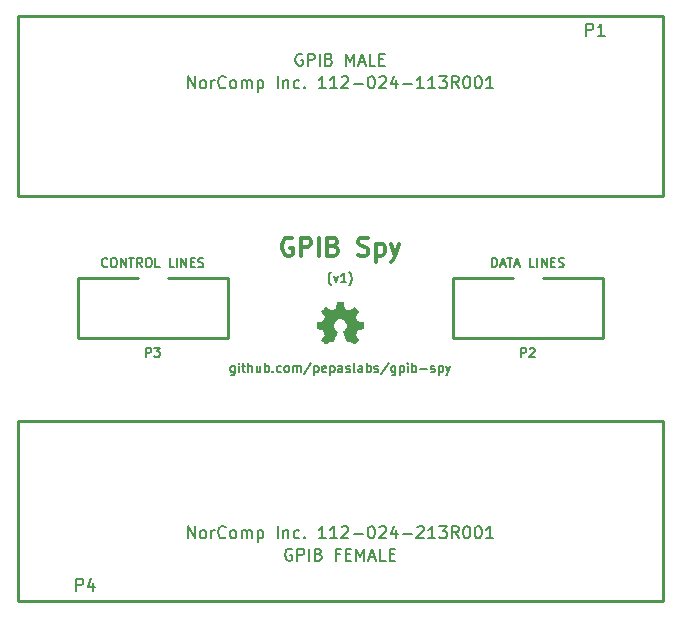
<source format=gto>
G04 (created by PCBNEW (22-Jun-2014 BZR 4027)-stable) date Fri 07 Jul 2017 01:08:53 AM CDT*
%MOIN*%
G04 Gerber Fmt 3.4, Leading zero omitted, Abs format*
%FSLAX34Y34*%
G01*
G70*
G90*
G04 APERTURE LIST*
%ADD10C,0.00590551*%
%ADD11C,0.006*%
%ADD12C,0.012*%
%ADD13C,0.01*%
%ADD14C,0.0001*%
%ADD15C,0.008*%
G04 APERTURE END LIST*
G54D10*
G54D11*
X55735Y-28671D02*
X55735Y-28914D01*
X55721Y-28942D01*
X55707Y-28957D01*
X55678Y-28971D01*
X55635Y-28971D01*
X55607Y-28957D01*
X55735Y-28857D02*
X55707Y-28871D01*
X55649Y-28871D01*
X55621Y-28857D01*
X55607Y-28842D01*
X55592Y-28814D01*
X55592Y-28728D01*
X55607Y-28700D01*
X55621Y-28685D01*
X55649Y-28671D01*
X55707Y-28671D01*
X55735Y-28685D01*
X55878Y-28871D02*
X55878Y-28671D01*
X55878Y-28571D02*
X55864Y-28585D01*
X55878Y-28600D01*
X55892Y-28585D01*
X55878Y-28571D01*
X55878Y-28600D01*
X55978Y-28671D02*
X56092Y-28671D01*
X56021Y-28571D02*
X56021Y-28828D01*
X56035Y-28857D01*
X56064Y-28871D01*
X56092Y-28871D01*
X56192Y-28871D02*
X56192Y-28571D01*
X56321Y-28871D02*
X56321Y-28714D01*
X56307Y-28685D01*
X56278Y-28671D01*
X56235Y-28671D01*
X56207Y-28685D01*
X56192Y-28700D01*
X56592Y-28671D02*
X56592Y-28871D01*
X56464Y-28671D02*
X56464Y-28828D01*
X56478Y-28857D01*
X56507Y-28871D01*
X56549Y-28871D01*
X56578Y-28857D01*
X56592Y-28842D01*
X56735Y-28871D02*
X56735Y-28571D01*
X56735Y-28685D02*
X56764Y-28671D01*
X56821Y-28671D01*
X56849Y-28685D01*
X56864Y-28700D01*
X56878Y-28728D01*
X56878Y-28814D01*
X56864Y-28842D01*
X56849Y-28857D01*
X56821Y-28871D01*
X56764Y-28871D01*
X56735Y-28857D01*
X57007Y-28842D02*
X57021Y-28857D01*
X57007Y-28871D01*
X56992Y-28857D01*
X57007Y-28842D01*
X57007Y-28871D01*
X57278Y-28857D02*
X57249Y-28871D01*
X57192Y-28871D01*
X57164Y-28857D01*
X57149Y-28842D01*
X57135Y-28814D01*
X57135Y-28728D01*
X57149Y-28700D01*
X57164Y-28685D01*
X57192Y-28671D01*
X57249Y-28671D01*
X57278Y-28685D01*
X57449Y-28871D02*
X57421Y-28857D01*
X57407Y-28842D01*
X57392Y-28814D01*
X57392Y-28728D01*
X57407Y-28700D01*
X57421Y-28685D01*
X57449Y-28671D01*
X57492Y-28671D01*
X57521Y-28685D01*
X57535Y-28700D01*
X57549Y-28728D01*
X57549Y-28814D01*
X57535Y-28842D01*
X57521Y-28857D01*
X57492Y-28871D01*
X57449Y-28871D01*
X57678Y-28871D02*
X57678Y-28671D01*
X57678Y-28700D02*
X57692Y-28685D01*
X57721Y-28671D01*
X57764Y-28671D01*
X57792Y-28685D01*
X57807Y-28714D01*
X57807Y-28871D01*
X57807Y-28714D02*
X57821Y-28685D01*
X57849Y-28671D01*
X57892Y-28671D01*
X57921Y-28685D01*
X57935Y-28714D01*
X57935Y-28871D01*
X58292Y-28557D02*
X58035Y-28942D01*
X58392Y-28671D02*
X58392Y-28971D01*
X58392Y-28685D02*
X58421Y-28671D01*
X58478Y-28671D01*
X58507Y-28685D01*
X58521Y-28700D01*
X58535Y-28728D01*
X58535Y-28814D01*
X58521Y-28842D01*
X58507Y-28857D01*
X58478Y-28871D01*
X58421Y-28871D01*
X58392Y-28857D01*
X58778Y-28857D02*
X58750Y-28871D01*
X58692Y-28871D01*
X58664Y-28857D01*
X58650Y-28828D01*
X58650Y-28714D01*
X58664Y-28685D01*
X58692Y-28671D01*
X58750Y-28671D01*
X58778Y-28685D01*
X58792Y-28714D01*
X58792Y-28742D01*
X58650Y-28771D01*
X58921Y-28671D02*
X58921Y-28971D01*
X58921Y-28685D02*
X58950Y-28671D01*
X59007Y-28671D01*
X59035Y-28685D01*
X59050Y-28700D01*
X59064Y-28728D01*
X59064Y-28814D01*
X59050Y-28842D01*
X59035Y-28857D01*
X59007Y-28871D01*
X58950Y-28871D01*
X58921Y-28857D01*
X59321Y-28871D02*
X59321Y-28714D01*
X59307Y-28685D01*
X59278Y-28671D01*
X59221Y-28671D01*
X59192Y-28685D01*
X59321Y-28857D02*
X59292Y-28871D01*
X59221Y-28871D01*
X59192Y-28857D01*
X59178Y-28828D01*
X59178Y-28800D01*
X59192Y-28771D01*
X59221Y-28757D01*
X59292Y-28757D01*
X59321Y-28742D01*
X59450Y-28857D02*
X59478Y-28871D01*
X59535Y-28871D01*
X59564Y-28857D01*
X59578Y-28828D01*
X59578Y-28814D01*
X59564Y-28785D01*
X59535Y-28771D01*
X59492Y-28771D01*
X59464Y-28757D01*
X59450Y-28728D01*
X59450Y-28714D01*
X59464Y-28685D01*
X59492Y-28671D01*
X59535Y-28671D01*
X59564Y-28685D01*
X59750Y-28871D02*
X59721Y-28857D01*
X59707Y-28828D01*
X59707Y-28571D01*
X59992Y-28871D02*
X59992Y-28714D01*
X59978Y-28685D01*
X59950Y-28671D01*
X59892Y-28671D01*
X59864Y-28685D01*
X59992Y-28857D02*
X59964Y-28871D01*
X59892Y-28871D01*
X59864Y-28857D01*
X59850Y-28828D01*
X59850Y-28800D01*
X59864Y-28771D01*
X59892Y-28757D01*
X59964Y-28757D01*
X59992Y-28742D01*
X60135Y-28871D02*
X60135Y-28571D01*
X60135Y-28685D02*
X60164Y-28671D01*
X60221Y-28671D01*
X60250Y-28685D01*
X60264Y-28700D01*
X60278Y-28728D01*
X60278Y-28814D01*
X60264Y-28842D01*
X60250Y-28857D01*
X60221Y-28871D01*
X60164Y-28871D01*
X60135Y-28857D01*
X60392Y-28857D02*
X60421Y-28871D01*
X60478Y-28871D01*
X60507Y-28857D01*
X60521Y-28828D01*
X60521Y-28814D01*
X60507Y-28785D01*
X60478Y-28771D01*
X60435Y-28771D01*
X60407Y-28757D01*
X60392Y-28728D01*
X60392Y-28714D01*
X60407Y-28685D01*
X60435Y-28671D01*
X60478Y-28671D01*
X60507Y-28685D01*
X60864Y-28557D02*
X60607Y-28942D01*
X61092Y-28671D02*
X61092Y-28914D01*
X61078Y-28942D01*
X61064Y-28957D01*
X61035Y-28971D01*
X60992Y-28971D01*
X60964Y-28957D01*
X61092Y-28857D02*
X61064Y-28871D01*
X61007Y-28871D01*
X60978Y-28857D01*
X60964Y-28842D01*
X60950Y-28814D01*
X60950Y-28728D01*
X60964Y-28700D01*
X60978Y-28685D01*
X61007Y-28671D01*
X61064Y-28671D01*
X61092Y-28685D01*
X61235Y-28671D02*
X61235Y-28971D01*
X61235Y-28685D02*
X61264Y-28671D01*
X61321Y-28671D01*
X61350Y-28685D01*
X61364Y-28700D01*
X61378Y-28728D01*
X61378Y-28814D01*
X61364Y-28842D01*
X61350Y-28857D01*
X61321Y-28871D01*
X61264Y-28871D01*
X61235Y-28857D01*
X61507Y-28871D02*
X61507Y-28671D01*
X61507Y-28571D02*
X61492Y-28585D01*
X61507Y-28600D01*
X61521Y-28585D01*
X61507Y-28571D01*
X61507Y-28600D01*
X61650Y-28871D02*
X61650Y-28571D01*
X61650Y-28685D02*
X61678Y-28671D01*
X61735Y-28671D01*
X61764Y-28685D01*
X61778Y-28700D01*
X61792Y-28728D01*
X61792Y-28814D01*
X61778Y-28842D01*
X61764Y-28857D01*
X61735Y-28871D01*
X61678Y-28871D01*
X61650Y-28857D01*
X61921Y-28757D02*
X62150Y-28757D01*
X62278Y-28857D02*
X62307Y-28871D01*
X62364Y-28871D01*
X62392Y-28857D01*
X62407Y-28828D01*
X62407Y-28814D01*
X62392Y-28785D01*
X62364Y-28771D01*
X62321Y-28771D01*
X62292Y-28757D01*
X62278Y-28728D01*
X62278Y-28714D01*
X62292Y-28685D01*
X62321Y-28671D01*
X62364Y-28671D01*
X62392Y-28685D01*
X62535Y-28671D02*
X62535Y-28971D01*
X62535Y-28685D02*
X62564Y-28671D01*
X62621Y-28671D01*
X62650Y-28685D01*
X62664Y-28700D01*
X62678Y-28728D01*
X62678Y-28814D01*
X62664Y-28842D01*
X62650Y-28857D01*
X62621Y-28871D01*
X62564Y-28871D01*
X62535Y-28857D01*
X62778Y-28671D02*
X62850Y-28871D01*
X62921Y-28671D02*
X62850Y-28871D01*
X62821Y-28942D01*
X62807Y-28957D01*
X62778Y-28971D01*
X58950Y-25985D02*
X58935Y-25971D01*
X58907Y-25928D01*
X58892Y-25900D01*
X58878Y-25857D01*
X58864Y-25785D01*
X58864Y-25728D01*
X58878Y-25657D01*
X58892Y-25614D01*
X58907Y-25585D01*
X58935Y-25542D01*
X58950Y-25528D01*
X59035Y-25671D02*
X59107Y-25871D01*
X59178Y-25671D01*
X59450Y-25871D02*
X59278Y-25871D01*
X59364Y-25871D02*
X59364Y-25571D01*
X59335Y-25614D01*
X59307Y-25642D01*
X59278Y-25657D01*
X59550Y-25985D02*
X59564Y-25971D01*
X59592Y-25928D01*
X59607Y-25900D01*
X59621Y-25857D01*
X59635Y-25785D01*
X59635Y-25728D01*
X59621Y-25657D01*
X59607Y-25614D01*
X59592Y-25585D01*
X59564Y-25542D01*
X59550Y-25528D01*
G54D12*
X57650Y-24421D02*
X57592Y-24392D01*
X57507Y-24392D01*
X57421Y-24421D01*
X57364Y-24478D01*
X57335Y-24535D01*
X57307Y-24650D01*
X57307Y-24735D01*
X57335Y-24850D01*
X57364Y-24907D01*
X57421Y-24964D01*
X57507Y-24992D01*
X57564Y-24992D01*
X57650Y-24964D01*
X57678Y-24935D01*
X57678Y-24735D01*
X57564Y-24735D01*
X57935Y-24992D02*
X57935Y-24392D01*
X58164Y-24392D01*
X58221Y-24421D01*
X58250Y-24450D01*
X58278Y-24507D01*
X58278Y-24592D01*
X58250Y-24650D01*
X58221Y-24678D01*
X58164Y-24707D01*
X57935Y-24707D01*
X58535Y-24992D02*
X58535Y-24392D01*
X59021Y-24678D02*
X59107Y-24707D01*
X59135Y-24735D01*
X59164Y-24792D01*
X59164Y-24878D01*
X59135Y-24935D01*
X59107Y-24964D01*
X59050Y-24992D01*
X58821Y-24992D01*
X58821Y-24392D01*
X59021Y-24392D01*
X59078Y-24421D01*
X59107Y-24450D01*
X59135Y-24507D01*
X59135Y-24564D01*
X59107Y-24621D01*
X59078Y-24650D01*
X59021Y-24678D01*
X58821Y-24678D01*
X59850Y-24964D02*
X59935Y-24992D01*
X60078Y-24992D01*
X60135Y-24964D01*
X60164Y-24935D01*
X60192Y-24878D01*
X60192Y-24821D01*
X60164Y-24764D01*
X60135Y-24735D01*
X60078Y-24707D01*
X59964Y-24678D01*
X59907Y-24650D01*
X59878Y-24621D01*
X59850Y-24564D01*
X59850Y-24507D01*
X59878Y-24450D01*
X59907Y-24421D01*
X59964Y-24392D01*
X60107Y-24392D01*
X60192Y-24421D01*
X60450Y-24592D02*
X60450Y-25192D01*
X60450Y-24621D02*
X60507Y-24592D01*
X60621Y-24592D01*
X60678Y-24621D01*
X60707Y-24650D01*
X60735Y-24707D01*
X60735Y-24878D01*
X60707Y-24935D01*
X60678Y-24964D01*
X60621Y-24992D01*
X60507Y-24992D01*
X60450Y-24964D01*
X60935Y-24592D02*
X61078Y-24992D01*
X61221Y-24592D02*
X61078Y-24992D01*
X61021Y-25135D01*
X60992Y-25164D01*
X60935Y-25192D01*
G54D13*
X65000Y-25750D02*
X63000Y-25750D01*
X68000Y-25750D02*
X66000Y-25750D01*
X68000Y-27750D02*
X63000Y-27750D01*
X63000Y-27750D02*
X63000Y-25750D01*
X68000Y-25750D02*
X68000Y-27750D01*
X52500Y-25750D02*
X50500Y-25750D01*
X55500Y-25750D02*
X53500Y-25750D01*
X55500Y-27750D02*
X50500Y-27750D01*
X50500Y-27750D02*
X50500Y-25750D01*
X55500Y-25750D02*
X55500Y-27750D01*
X70000Y-17000D02*
X70000Y-23000D01*
X70000Y-23000D02*
X48500Y-23000D01*
X48500Y-23000D02*
X48500Y-17000D01*
X70000Y-17000D02*
X48500Y-17000D01*
X48500Y-36500D02*
X48500Y-30500D01*
X48500Y-30500D02*
X70000Y-30500D01*
X70000Y-30500D02*
X70000Y-36500D01*
X48500Y-36500D02*
X70000Y-36500D01*
G54D14*
G36*
X58773Y-27957D02*
X58781Y-27953D01*
X58800Y-27941D01*
X58826Y-27924D01*
X58857Y-27903D01*
X58888Y-27882D01*
X58914Y-27865D01*
X58932Y-27853D01*
X58939Y-27849D01*
X58943Y-27850D01*
X58958Y-27858D01*
X58980Y-27869D01*
X58992Y-27875D01*
X59012Y-27884D01*
X59022Y-27886D01*
X59023Y-27883D01*
X59031Y-27868D01*
X59042Y-27842D01*
X59057Y-27808D01*
X59074Y-27768D01*
X59092Y-27725D01*
X59110Y-27681D01*
X59128Y-27639D01*
X59143Y-27601D01*
X59156Y-27571D01*
X59164Y-27549D01*
X59167Y-27540D01*
X59166Y-27538D01*
X59156Y-27529D01*
X59139Y-27516D01*
X59101Y-27485D01*
X59065Y-27439D01*
X59042Y-27387D01*
X59035Y-27329D01*
X59041Y-27276D01*
X59062Y-27225D01*
X59098Y-27178D01*
X59142Y-27144D01*
X59193Y-27122D01*
X59250Y-27115D01*
X59305Y-27121D01*
X59357Y-27142D01*
X59404Y-27177D01*
X59423Y-27200D01*
X59450Y-27247D01*
X59466Y-27297D01*
X59467Y-27309D01*
X59465Y-27365D01*
X59449Y-27418D01*
X59420Y-27465D01*
X59379Y-27504D01*
X59374Y-27508D01*
X59355Y-27522D01*
X59343Y-27531D01*
X59333Y-27539D01*
X59403Y-27709D01*
X59414Y-27736D01*
X59434Y-27782D01*
X59451Y-27822D01*
X59464Y-27854D01*
X59474Y-27875D01*
X59478Y-27884D01*
X59478Y-27884D01*
X59484Y-27885D01*
X59497Y-27880D01*
X59521Y-27869D01*
X59537Y-27861D01*
X59555Y-27852D01*
X59563Y-27849D01*
X59570Y-27853D01*
X59587Y-27864D01*
X59612Y-27881D01*
X59642Y-27901D01*
X59671Y-27921D01*
X59698Y-27939D01*
X59717Y-27951D01*
X59727Y-27956D01*
X59728Y-27956D01*
X59736Y-27951D01*
X59752Y-27939D01*
X59775Y-27917D01*
X59807Y-27885D01*
X59812Y-27880D01*
X59839Y-27852D01*
X59861Y-27829D01*
X59876Y-27813D01*
X59881Y-27806D01*
X59881Y-27806D01*
X59876Y-27796D01*
X59864Y-27777D01*
X59846Y-27750D01*
X59825Y-27719D01*
X59769Y-27637D01*
X59800Y-27560D01*
X59809Y-27537D01*
X59821Y-27508D01*
X59830Y-27488D01*
X59835Y-27479D01*
X59843Y-27476D01*
X59864Y-27471D01*
X59895Y-27464D01*
X59931Y-27458D01*
X59966Y-27451D01*
X59997Y-27445D01*
X60020Y-27441D01*
X60030Y-27439D01*
X60032Y-27437D01*
X60034Y-27432D01*
X60036Y-27422D01*
X60036Y-27403D01*
X60037Y-27373D01*
X60037Y-27329D01*
X60037Y-27325D01*
X60036Y-27283D01*
X60036Y-27250D01*
X60035Y-27229D01*
X60033Y-27221D01*
X60033Y-27221D01*
X60023Y-27218D01*
X60001Y-27214D01*
X59970Y-27207D01*
X59932Y-27200D01*
X59930Y-27200D01*
X59893Y-27193D01*
X59862Y-27186D01*
X59840Y-27181D01*
X59831Y-27178D01*
X59829Y-27176D01*
X59821Y-27161D01*
X59810Y-27138D01*
X59798Y-27110D01*
X59786Y-27081D01*
X59775Y-27054D01*
X59768Y-27035D01*
X59766Y-27026D01*
X59766Y-27026D01*
X59772Y-27017D01*
X59785Y-26997D01*
X59803Y-26971D01*
X59825Y-26939D01*
X59826Y-26936D01*
X59848Y-26905D01*
X59865Y-26878D01*
X59877Y-26859D01*
X59881Y-26851D01*
X59881Y-26850D01*
X59874Y-26841D01*
X59858Y-26823D01*
X59835Y-26799D01*
X59807Y-26771D01*
X59798Y-26763D01*
X59768Y-26733D01*
X59747Y-26713D01*
X59733Y-26703D01*
X59727Y-26700D01*
X59727Y-26701D01*
X59717Y-26706D01*
X59697Y-26719D01*
X59670Y-26738D01*
X59638Y-26759D01*
X59636Y-26761D01*
X59605Y-26782D01*
X59579Y-26800D01*
X59560Y-26812D01*
X59552Y-26817D01*
X59550Y-26817D01*
X59538Y-26813D01*
X59515Y-26806D01*
X59488Y-26795D01*
X59459Y-26783D01*
X59432Y-26772D01*
X59412Y-26763D01*
X59403Y-26758D01*
X59403Y-26757D01*
X59399Y-26746D01*
X59394Y-26722D01*
X59387Y-26690D01*
X59380Y-26651D01*
X59379Y-26645D01*
X59372Y-26608D01*
X59366Y-26577D01*
X59361Y-26555D01*
X59359Y-26546D01*
X59354Y-26545D01*
X59335Y-26544D01*
X59307Y-26543D01*
X59273Y-26543D01*
X59238Y-26543D01*
X59204Y-26544D01*
X59174Y-26545D01*
X59153Y-26546D01*
X59144Y-26548D01*
X59143Y-26549D01*
X59140Y-26560D01*
X59135Y-26584D01*
X59128Y-26616D01*
X59121Y-26655D01*
X59120Y-26662D01*
X59113Y-26699D01*
X59106Y-26730D01*
X59102Y-26751D01*
X59099Y-26759D01*
X59096Y-26761D01*
X59081Y-26768D01*
X59056Y-26778D01*
X59024Y-26791D01*
X58952Y-26820D01*
X58864Y-26759D01*
X58856Y-26754D01*
X58824Y-26732D01*
X58798Y-26715D01*
X58780Y-26703D01*
X58772Y-26699D01*
X58772Y-26699D01*
X58763Y-26707D01*
X58745Y-26723D01*
X58721Y-26747D01*
X58694Y-26774D01*
X58673Y-26795D01*
X58649Y-26820D01*
X58633Y-26836D01*
X58625Y-26847D01*
X58622Y-26854D01*
X58623Y-26858D01*
X58628Y-26867D01*
X58641Y-26886D01*
X58659Y-26913D01*
X58681Y-26944D01*
X58699Y-26971D01*
X58718Y-27000D01*
X58730Y-27021D01*
X58735Y-27032D01*
X58734Y-27036D01*
X58727Y-27053D01*
X58717Y-27080D01*
X58704Y-27111D01*
X58673Y-27181D01*
X58627Y-27189D01*
X58599Y-27195D01*
X58560Y-27202D01*
X58523Y-27209D01*
X58465Y-27221D01*
X58463Y-27433D01*
X58472Y-27437D01*
X58481Y-27440D01*
X58502Y-27444D01*
X58533Y-27450D01*
X58569Y-27457D01*
X58600Y-27463D01*
X58631Y-27469D01*
X58653Y-27473D01*
X58663Y-27475D01*
X58666Y-27479D01*
X58674Y-27494D01*
X58685Y-27518D01*
X58697Y-27547D01*
X58709Y-27576D01*
X58720Y-27604D01*
X58728Y-27625D01*
X58731Y-27636D01*
X58727Y-27644D01*
X58715Y-27662D01*
X58698Y-27688D01*
X58677Y-27719D01*
X58655Y-27750D01*
X58638Y-27777D01*
X58625Y-27796D01*
X58620Y-27804D01*
X58623Y-27810D01*
X58635Y-27825D01*
X58658Y-27849D01*
X58693Y-27884D01*
X58699Y-27889D01*
X58726Y-27916D01*
X58750Y-27937D01*
X58766Y-27952D01*
X58773Y-27957D01*
X58773Y-27957D01*
G37*
G54D11*
X65278Y-28371D02*
X65278Y-28071D01*
X65392Y-28071D01*
X65421Y-28085D01*
X65435Y-28100D01*
X65450Y-28128D01*
X65450Y-28171D01*
X65435Y-28200D01*
X65421Y-28214D01*
X65392Y-28228D01*
X65278Y-28228D01*
X65564Y-28100D02*
X65578Y-28085D01*
X65607Y-28071D01*
X65678Y-28071D01*
X65707Y-28085D01*
X65721Y-28100D01*
X65735Y-28128D01*
X65735Y-28157D01*
X65721Y-28200D01*
X65550Y-28371D01*
X65735Y-28371D01*
X64307Y-25371D02*
X64307Y-25071D01*
X64378Y-25071D01*
X64421Y-25085D01*
X64450Y-25114D01*
X64464Y-25142D01*
X64478Y-25200D01*
X64478Y-25242D01*
X64464Y-25300D01*
X64450Y-25328D01*
X64421Y-25357D01*
X64378Y-25371D01*
X64307Y-25371D01*
X64592Y-25285D02*
X64735Y-25285D01*
X64564Y-25371D02*
X64664Y-25071D01*
X64764Y-25371D01*
X64821Y-25071D02*
X64992Y-25071D01*
X64907Y-25371D02*
X64907Y-25071D01*
X65078Y-25285D02*
X65221Y-25285D01*
X65050Y-25371D02*
X65150Y-25071D01*
X65250Y-25371D01*
X65721Y-25371D02*
X65578Y-25371D01*
X65578Y-25071D01*
X65821Y-25371D02*
X65821Y-25071D01*
X65964Y-25371D02*
X65964Y-25071D01*
X66135Y-25371D01*
X66135Y-25071D01*
X66278Y-25214D02*
X66378Y-25214D01*
X66421Y-25371D02*
X66278Y-25371D01*
X66278Y-25071D01*
X66421Y-25071D01*
X66535Y-25357D02*
X66578Y-25371D01*
X66650Y-25371D01*
X66678Y-25357D01*
X66692Y-25342D01*
X66707Y-25314D01*
X66707Y-25285D01*
X66692Y-25257D01*
X66678Y-25242D01*
X66650Y-25228D01*
X66592Y-25214D01*
X66564Y-25200D01*
X66550Y-25185D01*
X66535Y-25157D01*
X66535Y-25128D01*
X66550Y-25100D01*
X66564Y-25085D01*
X66592Y-25071D01*
X66664Y-25071D01*
X66707Y-25085D01*
X52778Y-28371D02*
X52778Y-28071D01*
X52892Y-28071D01*
X52921Y-28085D01*
X52935Y-28100D01*
X52950Y-28128D01*
X52950Y-28171D01*
X52935Y-28200D01*
X52921Y-28214D01*
X52892Y-28228D01*
X52778Y-28228D01*
X53050Y-28071D02*
X53235Y-28071D01*
X53135Y-28185D01*
X53178Y-28185D01*
X53207Y-28200D01*
X53221Y-28214D01*
X53235Y-28242D01*
X53235Y-28314D01*
X53221Y-28342D01*
X53207Y-28357D01*
X53178Y-28371D01*
X53092Y-28371D01*
X53064Y-28357D01*
X53050Y-28342D01*
X51492Y-25342D02*
X51478Y-25357D01*
X51435Y-25371D01*
X51407Y-25371D01*
X51364Y-25357D01*
X51335Y-25328D01*
X51321Y-25300D01*
X51307Y-25242D01*
X51307Y-25200D01*
X51321Y-25142D01*
X51335Y-25114D01*
X51364Y-25085D01*
X51407Y-25071D01*
X51435Y-25071D01*
X51478Y-25085D01*
X51492Y-25100D01*
X51678Y-25071D02*
X51735Y-25071D01*
X51764Y-25085D01*
X51792Y-25114D01*
X51807Y-25171D01*
X51807Y-25271D01*
X51792Y-25328D01*
X51764Y-25357D01*
X51735Y-25371D01*
X51678Y-25371D01*
X51650Y-25357D01*
X51621Y-25328D01*
X51607Y-25271D01*
X51607Y-25171D01*
X51621Y-25114D01*
X51650Y-25085D01*
X51678Y-25071D01*
X51935Y-25371D02*
X51935Y-25071D01*
X52107Y-25371D01*
X52107Y-25071D01*
X52207Y-25071D02*
X52378Y-25071D01*
X52292Y-25371D02*
X52292Y-25071D01*
X52650Y-25371D02*
X52550Y-25228D01*
X52478Y-25371D02*
X52478Y-25071D01*
X52592Y-25071D01*
X52621Y-25085D01*
X52635Y-25100D01*
X52650Y-25128D01*
X52650Y-25171D01*
X52635Y-25200D01*
X52621Y-25214D01*
X52592Y-25228D01*
X52478Y-25228D01*
X52835Y-25071D02*
X52892Y-25071D01*
X52921Y-25085D01*
X52950Y-25114D01*
X52964Y-25171D01*
X52964Y-25271D01*
X52950Y-25328D01*
X52921Y-25357D01*
X52892Y-25371D01*
X52835Y-25371D01*
X52807Y-25357D01*
X52778Y-25328D01*
X52764Y-25271D01*
X52764Y-25171D01*
X52778Y-25114D01*
X52807Y-25085D01*
X52835Y-25071D01*
X53235Y-25371D02*
X53092Y-25371D01*
X53092Y-25071D01*
X53707Y-25371D02*
X53564Y-25371D01*
X53564Y-25071D01*
X53807Y-25371D02*
X53807Y-25071D01*
X53950Y-25371D02*
X53950Y-25071D01*
X54121Y-25371D01*
X54121Y-25071D01*
X54264Y-25214D02*
X54364Y-25214D01*
X54407Y-25371D02*
X54264Y-25371D01*
X54264Y-25071D01*
X54407Y-25071D01*
X54521Y-25357D02*
X54564Y-25371D01*
X54635Y-25371D01*
X54664Y-25357D01*
X54678Y-25342D01*
X54692Y-25314D01*
X54692Y-25285D01*
X54678Y-25257D01*
X54664Y-25242D01*
X54635Y-25228D01*
X54578Y-25214D01*
X54550Y-25200D01*
X54535Y-25185D01*
X54521Y-25157D01*
X54521Y-25128D01*
X54535Y-25100D01*
X54550Y-25085D01*
X54578Y-25071D01*
X54650Y-25071D01*
X54692Y-25085D01*
G54D15*
X67454Y-17661D02*
X67454Y-17261D01*
X67607Y-17261D01*
X67645Y-17280D01*
X67664Y-17300D01*
X67683Y-17338D01*
X67683Y-17395D01*
X67664Y-17433D01*
X67645Y-17452D01*
X67607Y-17471D01*
X67454Y-17471D01*
X68064Y-17661D02*
X67835Y-17661D01*
X67950Y-17661D02*
X67950Y-17261D01*
X67911Y-17319D01*
X67873Y-17357D01*
X67835Y-17376D01*
G54D10*
X57984Y-18284D02*
X57947Y-18265D01*
X57890Y-18265D01*
X57834Y-18284D01*
X57797Y-18321D01*
X57778Y-18359D01*
X57759Y-18434D01*
X57759Y-18490D01*
X57778Y-18565D01*
X57797Y-18603D01*
X57834Y-18640D01*
X57890Y-18659D01*
X57928Y-18659D01*
X57984Y-18640D01*
X58003Y-18621D01*
X58003Y-18490D01*
X57928Y-18490D01*
X58172Y-18659D02*
X58172Y-18265D01*
X58321Y-18265D01*
X58359Y-18284D01*
X58378Y-18303D01*
X58396Y-18340D01*
X58396Y-18396D01*
X58378Y-18434D01*
X58359Y-18453D01*
X58321Y-18471D01*
X58172Y-18471D01*
X58565Y-18659D02*
X58565Y-18265D01*
X58884Y-18453D02*
X58940Y-18471D01*
X58959Y-18490D01*
X58978Y-18528D01*
X58978Y-18584D01*
X58959Y-18621D01*
X58940Y-18640D01*
X58903Y-18659D01*
X58753Y-18659D01*
X58753Y-18265D01*
X58884Y-18265D01*
X58921Y-18284D01*
X58940Y-18303D01*
X58959Y-18340D01*
X58959Y-18378D01*
X58940Y-18415D01*
X58921Y-18434D01*
X58884Y-18453D01*
X58753Y-18453D01*
X59446Y-18659D02*
X59446Y-18265D01*
X59578Y-18546D01*
X59709Y-18265D01*
X59709Y-18659D01*
X59878Y-18546D02*
X60065Y-18546D01*
X59840Y-18659D02*
X59971Y-18265D01*
X60103Y-18659D01*
X60421Y-18659D02*
X60234Y-18659D01*
X60234Y-18265D01*
X60552Y-18453D02*
X60684Y-18453D01*
X60740Y-18659D02*
X60552Y-18659D01*
X60552Y-18265D01*
X60740Y-18265D01*
G54D15*
X54173Y-19411D02*
X54173Y-19011D01*
X54402Y-19411D01*
X54402Y-19011D01*
X54650Y-19411D02*
X54611Y-19392D01*
X54592Y-19373D01*
X54573Y-19335D01*
X54573Y-19221D01*
X54592Y-19183D01*
X54611Y-19164D01*
X54650Y-19145D01*
X54707Y-19145D01*
X54745Y-19164D01*
X54764Y-19183D01*
X54783Y-19221D01*
X54783Y-19335D01*
X54764Y-19373D01*
X54745Y-19392D01*
X54707Y-19411D01*
X54650Y-19411D01*
X54954Y-19411D02*
X54954Y-19145D01*
X54954Y-19221D02*
X54973Y-19183D01*
X54992Y-19164D01*
X55030Y-19145D01*
X55069Y-19145D01*
X55430Y-19373D02*
X55411Y-19392D01*
X55354Y-19411D01*
X55316Y-19411D01*
X55259Y-19392D01*
X55221Y-19354D01*
X55202Y-19316D01*
X55183Y-19240D01*
X55183Y-19183D01*
X55202Y-19107D01*
X55221Y-19069D01*
X55259Y-19030D01*
X55316Y-19011D01*
X55354Y-19011D01*
X55411Y-19030D01*
X55430Y-19050D01*
X55659Y-19411D02*
X55621Y-19392D01*
X55602Y-19373D01*
X55583Y-19335D01*
X55583Y-19221D01*
X55602Y-19183D01*
X55621Y-19164D01*
X55659Y-19145D01*
X55716Y-19145D01*
X55754Y-19164D01*
X55773Y-19183D01*
X55792Y-19221D01*
X55792Y-19335D01*
X55773Y-19373D01*
X55754Y-19392D01*
X55716Y-19411D01*
X55659Y-19411D01*
X55964Y-19411D02*
X55964Y-19145D01*
X55964Y-19183D02*
X55983Y-19164D01*
X56021Y-19145D01*
X56078Y-19145D01*
X56116Y-19164D01*
X56135Y-19202D01*
X56135Y-19411D01*
X56135Y-19202D02*
X56154Y-19164D01*
X56192Y-19145D01*
X56250Y-19145D01*
X56288Y-19164D01*
X56307Y-19202D01*
X56307Y-19411D01*
X56497Y-19145D02*
X56497Y-19545D01*
X56497Y-19164D02*
X56535Y-19145D01*
X56611Y-19145D01*
X56650Y-19164D01*
X56669Y-19183D01*
X56688Y-19221D01*
X56688Y-19335D01*
X56669Y-19373D01*
X56650Y-19392D01*
X56611Y-19411D01*
X56535Y-19411D01*
X56497Y-19392D01*
X57164Y-19411D02*
X57164Y-19011D01*
X57354Y-19145D02*
X57354Y-19411D01*
X57354Y-19183D02*
X57373Y-19164D01*
X57411Y-19145D01*
X57469Y-19145D01*
X57507Y-19164D01*
X57526Y-19202D01*
X57526Y-19411D01*
X57888Y-19392D02*
X57850Y-19411D01*
X57773Y-19411D01*
X57735Y-19392D01*
X57716Y-19373D01*
X57697Y-19335D01*
X57697Y-19221D01*
X57716Y-19183D01*
X57735Y-19164D01*
X57773Y-19145D01*
X57850Y-19145D01*
X57888Y-19164D01*
X58059Y-19373D02*
X58078Y-19392D01*
X58059Y-19411D01*
X58040Y-19392D01*
X58059Y-19373D01*
X58059Y-19411D01*
X58764Y-19411D02*
X58535Y-19411D01*
X58650Y-19411D02*
X58650Y-19011D01*
X58611Y-19069D01*
X58573Y-19107D01*
X58535Y-19126D01*
X59145Y-19411D02*
X58916Y-19411D01*
X59030Y-19411D02*
X59030Y-19011D01*
X58992Y-19069D01*
X58954Y-19107D01*
X58916Y-19126D01*
X59297Y-19050D02*
X59316Y-19030D01*
X59354Y-19011D01*
X59450Y-19011D01*
X59488Y-19030D01*
X59507Y-19050D01*
X59526Y-19088D01*
X59526Y-19126D01*
X59507Y-19183D01*
X59278Y-19411D01*
X59526Y-19411D01*
X59697Y-19259D02*
X60002Y-19259D01*
X60269Y-19011D02*
X60307Y-19011D01*
X60345Y-19030D01*
X60364Y-19050D01*
X60383Y-19088D01*
X60402Y-19164D01*
X60402Y-19259D01*
X60383Y-19335D01*
X60364Y-19373D01*
X60345Y-19392D01*
X60307Y-19411D01*
X60269Y-19411D01*
X60230Y-19392D01*
X60211Y-19373D01*
X60192Y-19335D01*
X60173Y-19259D01*
X60173Y-19164D01*
X60192Y-19088D01*
X60211Y-19050D01*
X60230Y-19030D01*
X60269Y-19011D01*
X60554Y-19050D02*
X60573Y-19030D01*
X60611Y-19011D01*
X60707Y-19011D01*
X60745Y-19030D01*
X60764Y-19050D01*
X60783Y-19088D01*
X60783Y-19126D01*
X60764Y-19183D01*
X60535Y-19411D01*
X60783Y-19411D01*
X61126Y-19145D02*
X61126Y-19411D01*
X61030Y-18992D02*
X60935Y-19278D01*
X61183Y-19278D01*
X61335Y-19259D02*
X61640Y-19259D01*
X62040Y-19411D02*
X61811Y-19411D01*
X61926Y-19411D02*
X61926Y-19011D01*
X61888Y-19069D01*
X61850Y-19107D01*
X61811Y-19126D01*
X62421Y-19411D02*
X62192Y-19411D01*
X62307Y-19411D02*
X62307Y-19011D01*
X62269Y-19069D01*
X62230Y-19107D01*
X62192Y-19126D01*
X62554Y-19011D02*
X62802Y-19011D01*
X62669Y-19164D01*
X62726Y-19164D01*
X62764Y-19183D01*
X62783Y-19202D01*
X62802Y-19240D01*
X62802Y-19335D01*
X62783Y-19373D01*
X62764Y-19392D01*
X62726Y-19411D01*
X62611Y-19411D01*
X62573Y-19392D01*
X62554Y-19373D01*
X63202Y-19411D02*
X63069Y-19221D01*
X62973Y-19411D02*
X62973Y-19011D01*
X63126Y-19011D01*
X63164Y-19030D01*
X63183Y-19050D01*
X63202Y-19088D01*
X63202Y-19145D01*
X63183Y-19183D01*
X63164Y-19202D01*
X63126Y-19221D01*
X62973Y-19221D01*
X63450Y-19011D02*
X63488Y-19011D01*
X63526Y-19030D01*
X63545Y-19050D01*
X63564Y-19088D01*
X63583Y-19164D01*
X63583Y-19259D01*
X63564Y-19335D01*
X63545Y-19373D01*
X63526Y-19392D01*
X63488Y-19411D01*
X63450Y-19411D01*
X63411Y-19392D01*
X63392Y-19373D01*
X63373Y-19335D01*
X63354Y-19259D01*
X63354Y-19164D01*
X63373Y-19088D01*
X63392Y-19050D01*
X63411Y-19030D01*
X63450Y-19011D01*
X63830Y-19011D02*
X63869Y-19011D01*
X63907Y-19030D01*
X63926Y-19050D01*
X63945Y-19088D01*
X63964Y-19164D01*
X63964Y-19259D01*
X63945Y-19335D01*
X63926Y-19373D01*
X63907Y-19392D01*
X63869Y-19411D01*
X63830Y-19411D01*
X63792Y-19392D01*
X63773Y-19373D01*
X63754Y-19335D01*
X63735Y-19259D01*
X63735Y-19164D01*
X63754Y-19088D01*
X63773Y-19050D01*
X63792Y-19030D01*
X63830Y-19011D01*
X64345Y-19411D02*
X64116Y-19411D01*
X64230Y-19411D02*
X64230Y-19011D01*
X64192Y-19069D01*
X64154Y-19107D01*
X64116Y-19126D01*
X50454Y-36161D02*
X50454Y-35761D01*
X50607Y-35761D01*
X50645Y-35780D01*
X50664Y-35800D01*
X50683Y-35838D01*
X50683Y-35895D01*
X50664Y-35933D01*
X50645Y-35952D01*
X50607Y-35971D01*
X50454Y-35971D01*
X51026Y-35895D02*
X51026Y-36161D01*
X50930Y-35742D02*
X50835Y-36028D01*
X51083Y-36028D01*
G54D10*
X57637Y-34784D02*
X57600Y-34765D01*
X57543Y-34765D01*
X57487Y-34784D01*
X57450Y-34821D01*
X57431Y-34859D01*
X57412Y-34934D01*
X57412Y-34990D01*
X57431Y-35065D01*
X57450Y-35103D01*
X57487Y-35140D01*
X57543Y-35159D01*
X57581Y-35159D01*
X57637Y-35140D01*
X57656Y-35121D01*
X57656Y-34990D01*
X57581Y-34990D01*
X57825Y-35159D02*
X57825Y-34765D01*
X57975Y-34765D01*
X58012Y-34784D01*
X58031Y-34803D01*
X58050Y-34840D01*
X58050Y-34896D01*
X58031Y-34934D01*
X58012Y-34953D01*
X57975Y-34971D01*
X57825Y-34971D01*
X58218Y-35159D02*
X58218Y-34765D01*
X58537Y-34953D02*
X58593Y-34971D01*
X58612Y-34990D01*
X58631Y-35028D01*
X58631Y-35084D01*
X58612Y-35121D01*
X58593Y-35140D01*
X58556Y-35159D01*
X58406Y-35159D01*
X58406Y-34765D01*
X58537Y-34765D01*
X58575Y-34784D01*
X58593Y-34803D01*
X58612Y-34840D01*
X58612Y-34878D01*
X58593Y-34915D01*
X58575Y-34934D01*
X58537Y-34953D01*
X58406Y-34953D01*
X59231Y-34953D02*
X59100Y-34953D01*
X59100Y-35159D02*
X59100Y-34765D01*
X59287Y-34765D01*
X59437Y-34953D02*
X59568Y-34953D01*
X59624Y-35159D02*
X59437Y-35159D01*
X59437Y-34765D01*
X59624Y-34765D01*
X59793Y-35159D02*
X59793Y-34765D01*
X59924Y-35046D01*
X60056Y-34765D01*
X60056Y-35159D01*
X60224Y-35046D02*
X60412Y-35046D01*
X60187Y-35159D02*
X60318Y-34765D01*
X60449Y-35159D01*
X60768Y-35159D02*
X60581Y-35159D01*
X60581Y-34765D01*
X60899Y-34953D02*
X61031Y-34953D01*
X61087Y-35159D02*
X60899Y-35159D01*
X60899Y-34765D01*
X61087Y-34765D01*
G54D15*
X54173Y-34411D02*
X54173Y-34011D01*
X54402Y-34411D01*
X54402Y-34011D01*
X54650Y-34411D02*
X54611Y-34392D01*
X54592Y-34373D01*
X54573Y-34335D01*
X54573Y-34221D01*
X54592Y-34183D01*
X54611Y-34164D01*
X54650Y-34145D01*
X54707Y-34145D01*
X54745Y-34164D01*
X54764Y-34183D01*
X54783Y-34221D01*
X54783Y-34335D01*
X54764Y-34373D01*
X54745Y-34392D01*
X54707Y-34411D01*
X54650Y-34411D01*
X54954Y-34411D02*
X54954Y-34145D01*
X54954Y-34221D02*
X54973Y-34183D01*
X54992Y-34164D01*
X55030Y-34145D01*
X55069Y-34145D01*
X55430Y-34373D02*
X55411Y-34392D01*
X55354Y-34411D01*
X55316Y-34411D01*
X55259Y-34392D01*
X55221Y-34354D01*
X55202Y-34316D01*
X55183Y-34240D01*
X55183Y-34183D01*
X55202Y-34107D01*
X55221Y-34069D01*
X55259Y-34030D01*
X55316Y-34011D01*
X55354Y-34011D01*
X55411Y-34030D01*
X55430Y-34050D01*
X55659Y-34411D02*
X55621Y-34392D01*
X55602Y-34373D01*
X55583Y-34335D01*
X55583Y-34221D01*
X55602Y-34183D01*
X55621Y-34164D01*
X55659Y-34145D01*
X55716Y-34145D01*
X55754Y-34164D01*
X55773Y-34183D01*
X55792Y-34221D01*
X55792Y-34335D01*
X55773Y-34373D01*
X55754Y-34392D01*
X55716Y-34411D01*
X55659Y-34411D01*
X55964Y-34411D02*
X55964Y-34145D01*
X55964Y-34183D02*
X55983Y-34164D01*
X56021Y-34145D01*
X56078Y-34145D01*
X56116Y-34164D01*
X56135Y-34202D01*
X56135Y-34411D01*
X56135Y-34202D02*
X56154Y-34164D01*
X56192Y-34145D01*
X56250Y-34145D01*
X56288Y-34164D01*
X56307Y-34202D01*
X56307Y-34411D01*
X56497Y-34145D02*
X56497Y-34545D01*
X56497Y-34164D02*
X56535Y-34145D01*
X56611Y-34145D01*
X56650Y-34164D01*
X56669Y-34183D01*
X56688Y-34221D01*
X56688Y-34335D01*
X56669Y-34373D01*
X56650Y-34392D01*
X56611Y-34411D01*
X56535Y-34411D01*
X56497Y-34392D01*
X57164Y-34411D02*
X57164Y-34011D01*
X57354Y-34145D02*
X57354Y-34411D01*
X57354Y-34183D02*
X57373Y-34164D01*
X57411Y-34145D01*
X57469Y-34145D01*
X57507Y-34164D01*
X57526Y-34202D01*
X57526Y-34411D01*
X57888Y-34392D02*
X57850Y-34411D01*
X57773Y-34411D01*
X57735Y-34392D01*
X57716Y-34373D01*
X57697Y-34335D01*
X57697Y-34221D01*
X57716Y-34183D01*
X57735Y-34164D01*
X57773Y-34145D01*
X57850Y-34145D01*
X57888Y-34164D01*
X58059Y-34373D02*
X58078Y-34392D01*
X58059Y-34411D01*
X58040Y-34392D01*
X58059Y-34373D01*
X58059Y-34411D01*
X58764Y-34411D02*
X58535Y-34411D01*
X58650Y-34411D02*
X58650Y-34011D01*
X58611Y-34069D01*
X58573Y-34107D01*
X58535Y-34126D01*
X59145Y-34411D02*
X58916Y-34411D01*
X59030Y-34411D02*
X59030Y-34011D01*
X58992Y-34069D01*
X58954Y-34107D01*
X58916Y-34126D01*
X59297Y-34050D02*
X59316Y-34030D01*
X59354Y-34011D01*
X59450Y-34011D01*
X59488Y-34030D01*
X59507Y-34050D01*
X59526Y-34088D01*
X59526Y-34126D01*
X59507Y-34183D01*
X59278Y-34411D01*
X59526Y-34411D01*
X59697Y-34259D02*
X60002Y-34259D01*
X60269Y-34011D02*
X60307Y-34011D01*
X60345Y-34030D01*
X60364Y-34050D01*
X60383Y-34088D01*
X60402Y-34164D01*
X60402Y-34259D01*
X60383Y-34335D01*
X60364Y-34373D01*
X60345Y-34392D01*
X60307Y-34411D01*
X60269Y-34411D01*
X60230Y-34392D01*
X60211Y-34373D01*
X60192Y-34335D01*
X60173Y-34259D01*
X60173Y-34164D01*
X60192Y-34088D01*
X60211Y-34050D01*
X60230Y-34030D01*
X60269Y-34011D01*
X60554Y-34050D02*
X60573Y-34030D01*
X60611Y-34011D01*
X60707Y-34011D01*
X60745Y-34030D01*
X60764Y-34050D01*
X60783Y-34088D01*
X60783Y-34126D01*
X60764Y-34183D01*
X60535Y-34411D01*
X60783Y-34411D01*
X61126Y-34145D02*
X61126Y-34411D01*
X61030Y-33992D02*
X60935Y-34278D01*
X61183Y-34278D01*
X61335Y-34259D02*
X61640Y-34259D01*
X61811Y-34050D02*
X61830Y-34030D01*
X61869Y-34011D01*
X61964Y-34011D01*
X62002Y-34030D01*
X62021Y-34050D01*
X62040Y-34088D01*
X62040Y-34126D01*
X62021Y-34183D01*
X61792Y-34411D01*
X62040Y-34411D01*
X62421Y-34411D02*
X62192Y-34411D01*
X62307Y-34411D02*
X62307Y-34011D01*
X62269Y-34069D01*
X62230Y-34107D01*
X62192Y-34126D01*
X62554Y-34011D02*
X62802Y-34011D01*
X62669Y-34164D01*
X62726Y-34164D01*
X62764Y-34183D01*
X62783Y-34202D01*
X62802Y-34240D01*
X62802Y-34335D01*
X62783Y-34373D01*
X62764Y-34392D01*
X62726Y-34411D01*
X62611Y-34411D01*
X62573Y-34392D01*
X62554Y-34373D01*
X63202Y-34411D02*
X63069Y-34221D01*
X62973Y-34411D02*
X62973Y-34011D01*
X63126Y-34011D01*
X63164Y-34030D01*
X63183Y-34050D01*
X63202Y-34088D01*
X63202Y-34145D01*
X63183Y-34183D01*
X63164Y-34202D01*
X63126Y-34221D01*
X62973Y-34221D01*
X63450Y-34011D02*
X63488Y-34011D01*
X63526Y-34030D01*
X63545Y-34050D01*
X63564Y-34088D01*
X63583Y-34164D01*
X63583Y-34259D01*
X63564Y-34335D01*
X63545Y-34373D01*
X63526Y-34392D01*
X63488Y-34411D01*
X63450Y-34411D01*
X63411Y-34392D01*
X63392Y-34373D01*
X63373Y-34335D01*
X63354Y-34259D01*
X63354Y-34164D01*
X63373Y-34088D01*
X63392Y-34050D01*
X63411Y-34030D01*
X63450Y-34011D01*
X63830Y-34011D02*
X63869Y-34011D01*
X63907Y-34030D01*
X63926Y-34050D01*
X63945Y-34088D01*
X63964Y-34164D01*
X63964Y-34259D01*
X63945Y-34335D01*
X63926Y-34373D01*
X63907Y-34392D01*
X63869Y-34411D01*
X63830Y-34411D01*
X63792Y-34392D01*
X63773Y-34373D01*
X63754Y-34335D01*
X63735Y-34259D01*
X63735Y-34164D01*
X63754Y-34088D01*
X63773Y-34050D01*
X63792Y-34030D01*
X63830Y-34011D01*
X64345Y-34411D02*
X64116Y-34411D01*
X64230Y-34411D02*
X64230Y-34011D01*
X64192Y-34069D01*
X64154Y-34107D01*
X64116Y-34126D01*
M02*

</source>
